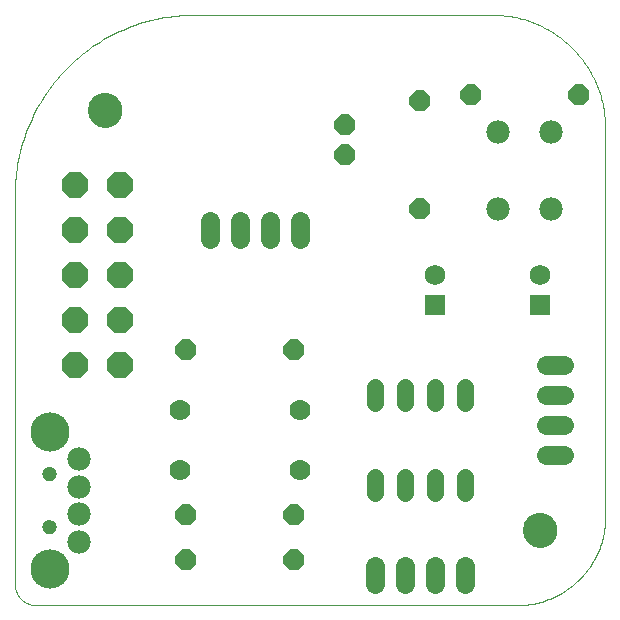
<source format=gbs>
G75*
%MOIN*%
%OFA0B0*%
%FSLAX25Y25*%
%IPPOS*%
%LPD*%
%AMOC8*
5,1,8,0,0,1.08239X$1,22.5*
%
%ADD10C,0.00000*%
%ADD11C,0.05600*%
%ADD12OC8,0.07000*%
%ADD13C,0.07000*%
%ADD14C,0.06900*%
%ADD15R,0.06900X0.06900*%
%ADD16C,0.07800*%
%ADD17C,0.13061*%
%ADD18C,0.04731*%
%ADD19C,0.06400*%
%ADD20OC8,0.08900*%
%ADD21C,0.11424*%
D10*
X0059668Y0010871D02*
X0059668Y0140747D01*
X0084156Y0168800D02*
X0084158Y0168948D01*
X0084164Y0169096D01*
X0084174Y0169244D01*
X0084188Y0169391D01*
X0084206Y0169538D01*
X0084227Y0169684D01*
X0084253Y0169830D01*
X0084283Y0169975D01*
X0084316Y0170119D01*
X0084354Y0170262D01*
X0084395Y0170404D01*
X0084440Y0170545D01*
X0084488Y0170685D01*
X0084541Y0170824D01*
X0084597Y0170961D01*
X0084657Y0171096D01*
X0084720Y0171230D01*
X0084787Y0171362D01*
X0084858Y0171492D01*
X0084932Y0171620D01*
X0085009Y0171746D01*
X0085090Y0171870D01*
X0085174Y0171992D01*
X0085261Y0172111D01*
X0085352Y0172228D01*
X0085446Y0172343D01*
X0085542Y0172455D01*
X0085642Y0172565D01*
X0085744Y0172671D01*
X0085850Y0172775D01*
X0085958Y0172876D01*
X0086069Y0172974D01*
X0086182Y0173070D01*
X0086298Y0173162D01*
X0086416Y0173251D01*
X0086537Y0173336D01*
X0086660Y0173419D01*
X0086785Y0173498D01*
X0086912Y0173574D01*
X0087041Y0173646D01*
X0087172Y0173715D01*
X0087305Y0173780D01*
X0087440Y0173841D01*
X0087576Y0173899D01*
X0087713Y0173954D01*
X0087852Y0174004D01*
X0087993Y0174051D01*
X0088134Y0174094D01*
X0088277Y0174134D01*
X0088421Y0174169D01*
X0088565Y0174201D01*
X0088711Y0174228D01*
X0088857Y0174252D01*
X0089004Y0174272D01*
X0089151Y0174288D01*
X0089298Y0174300D01*
X0089446Y0174308D01*
X0089594Y0174312D01*
X0089742Y0174312D01*
X0089890Y0174308D01*
X0090038Y0174300D01*
X0090185Y0174288D01*
X0090332Y0174272D01*
X0090479Y0174252D01*
X0090625Y0174228D01*
X0090771Y0174201D01*
X0090915Y0174169D01*
X0091059Y0174134D01*
X0091202Y0174094D01*
X0091343Y0174051D01*
X0091484Y0174004D01*
X0091623Y0173954D01*
X0091760Y0173899D01*
X0091896Y0173841D01*
X0092031Y0173780D01*
X0092164Y0173715D01*
X0092295Y0173646D01*
X0092424Y0173574D01*
X0092551Y0173498D01*
X0092676Y0173419D01*
X0092799Y0173336D01*
X0092920Y0173251D01*
X0093038Y0173162D01*
X0093154Y0173070D01*
X0093267Y0172974D01*
X0093378Y0172876D01*
X0093486Y0172775D01*
X0093592Y0172671D01*
X0093694Y0172565D01*
X0093794Y0172455D01*
X0093890Y0172343D01*
X0093984Y0172228D01*
X0094075Y0172111D01*
X0094162Y0171992D01*
X0094246Y0171870D01*
X0094327Y0171746D01*
X0094404Y0171620D01*
X0094478Y0171492D01*
X0094549Y0171362D01*
X0094616Y0171230D01*
X0094679Y0171096D01*
X0094739Y0170961D01*
X0094795Y0170824D01*
X0094848Y0170685D01*
X0094896Y0170545D01*
X0094941Y0170404D01*
X0094982Y0170262D01*
X0095020Y0170119D01*
X0095053Y0169975D01*
X0095083Y0169830D01*
X0095109Y0169684D01*
X0095130Y0169538D01*
X0095148Y0169391D01*
X0095162Y0169244D01*
X0095172Y0169096D01*
X0095178Y0168948D01*
X0095180Y0168800D01*
X0095178Y0168652D01*
X0095172Y0168504D01*
X0095162Y0168356D01*
X0095148Y0168209D01*
X0095130Y0168062D01*
X0095109Y0167916D01*
X0095083Y0167770D01*
X0095053Y0167625D01*
X0095020Y0167481D01*
X0094982Y0167338D01*
X0094941Y0167196D01*
X0094896Y0167055D01*
X0094848Y0166915D01*
X0094795Y0166776D01*
X0094739Y0166639D01*
X0094679Y0166504D01*
X0094616Y0166370D01*
X0094549Y0166238D01*
X0094478Y0166108D01*
X0094404Y0165980D01*
X0094327Y0165854D01*
X0094246Y0165730D01*
X0094162Y0165608D01*
X0094075Y0165489D01*
X0093984Y0165372D01*
X0093890Y0165257D01*
X0093794Y0165145D01*
X0093694Y0165035D01*
X0093592Y0164929D01*
X0093486Y0164825D01*
X0093378Y0164724D01*
X0093267Y0164626D01*
X0093154Y0164530D01*
X0093038Y0164438D01*
X0092920Y0164349D01*
X0092799Y0164264D01*
X0092676Y0164181D01*
X0092551Y0164102D01*
X0092424Y0164026D01*
X0092295Y0163954D01*
X0092164Y0163885D01*
X0092031Y0163820D01*
X0091896Y0163759D01*
X0091760Y0163701D01*
X0091623Y0163646D01*
X0091484Y0163596D01*
X0091343Y0163549D01*
X0091202Y0163506D01*
X0091059Y0163466D01*
X0090915Y0163431D01*
X0090771Y0163399D01*
X0090625Y0163372D01*
X0090479Y0163348D01*
X0090332Y0163328D01*
X0090185Y0163312D01*
X0090038Y0163300D01*
X0089890Y0163292D01*
X0089742Y0163288D01*
X0089594Y0163288D01*
X0089446Y0163292D01*
X0089298Y0163300D01*
X0089151Y0163312D01*
X0089004Y0163328D01*
X0088857Y0163348D01*
X0088711Y0163372D01*
X0088565Y0163399D01*
X0088421Y0163431D01*
X0088277Y0163466D01*
X0088134Y0163506D01*
X0087993Y0163549D01*
X0087852Y0163596D01*
X0087713Y0163646D01*
X0087576Y0163701D01*
X0087440Y0163759D01*
X0087305Y0163820D01*
X0087172Y0163885D01*
X0087041Y0163954D01*
X0086912Y0164026D01*
X0086785Y0164102D01*
X0086660Y0164181D01*
X0086537Y0164264D01*
X0086416Y0164349D01*
X0086298Y0164438D01*
X0086182Y0164530D01*
X0086069Y0164626D01*
X0085958Y0164724D01*
X0085850Y0164825D01*
X0085744Y0164929D01*
X0085642Y0165035D01*
X0085542Y0165145D01*
X0085446Y0165257D01*
X0085352Y0165372D01*
X0085261Y0165489D01*
X0085174Y0165608D01*
X0085090Y0165730D01*
X0085009Y0165854D01*
X0084932Y0165980D01*
X0084858Y0166108D01*
X0084787Y0166238D01*
X0084720Y0166370D01*
X0084657Y0166504D01*
X0084597Y0166639D01*
X0084541Y0166776D01*
X0084488Y0166915D01*
X0084440Y0167055D01*
X0084395Y0167196D01*
X0084354Y0167338D01*
X0084316Y0167481D01*
X0084283Y0167625D01*
X0084253Y0167770D01*
X0084227Y0167916D01*
X0084206Y0168062D01*
X0084188Y0168209D01*
X0084174Y0168356D01*
X0084164Y0168504D01*
X0084158Y0168652D01*
X0084156Y0168800D01*
X0059667Y0140747D02*
X0059684Y0142195D01*
X0059737Y0143641D01*
X0059824Y0145086D01*
X0059947Y0146529D01*
X0060104Y0147968D01*
X0060296Y0149402D01*
X0060522Y0150832D01*
X0060783Y0152256D01*
X0061078Y0153673D01*
X0061408Y0155083D01*
X0061771Y0156484D01*
X0062168Y0157876D01*
X0062599Y0159258D01*
X0063063Y0160630D01*
X0063560Y0161989D01*
X0064089Y0163336D01*
X0064651Y0164671D01*
X0065246Y0165991D01*
X0065871Y0167296D01*
X0066529Y0168586D01*
X0067217Y0169859D01*
X0067936Y0171116D01*
X0068684Y0172355D01*
X0069463Y0173575D01*
X0070271Y0174776D01*
X0071108Y0175958D01*
X0071973Y0177118D01*
X0072865Y0178258D01*
X0073785Y0179376D01*
X0074732Y0180471D01*
X0075705Y0181543D01*
X0076704Y0182591D01*
X0077727Y0183614D01*
X0078775Y0184613D01*
X0079847Y0185586D01*
X0080942Y0186533D01*
X0082060Y0187453D01*
X0083200Y0188345D01*
X0084360Y0189210D01*
X0085542Y0190047D01*
X0086743Y0190855D01*
X0087963Y0191634D01*
X0089202Y0192382D01*
X0090459Y0193101D01*
X0091732Y0193789D01*
X0093022Y0194447D01*
X0094327Y0195072D01*
X0095647Y0195667D01*
X0096982Y0196229D01*
X0098329Y0196758D01*
X0099688Y0197255D01*
X0101060Y0197719D01*
X0102442Y0198150D01*
X0103834Y0198547D01*
X0105235Y0198910D01*
X0106645Y0199240D01*
X0108062Y0199535D01*
X0109486Y0199796D01*
X0110916Y0200022D01*
X0112350Y0200214D01*
X0113789Y0200371D01*
X0115232Y0200494D01*
X0116677Y0200581D01*
X0118123Y0200634D01*
X0119571Y0200651D01*
X0119571Y0200650D02*
X0218546Y0200650D01*
X0219464Y0200639D01*
X0220381Y0200606D01*
X0221296Y0200550D01*
X0222211Y0200473D01*
X0223123Y0200373D01*
X0224033Y0200252D01*
X0224939Y0200108D01*
X0225841Y0199943D01*
X0226740Y0199755D01*
X0227633Y0199547D01*
X0228522Y0199316D01*
X0229404Y0199065D01*
X0230280Y0198792D01*
X0231149Y0198497D01*
X0232011Y0198182D01*
X0232865Y0197847D01*
X0233711Y0197490D01*
X0234547Y0197114D01*
X0235375Y0196717D01*
X0236192Y0196301D01*
X0237000Y0195864D01*
X0237796Y0195409D01*
X0238582Y0194934D01*
X0239355Y0194440D01*
X0240117Y0193928D01*
X0240865Y0193398D01*
X0241601Y0192850D01*
X0242324Y0192284D01*
X0243032Y0191701D01*
X0243726Y0191100D01*
X0244406Y0190484D01*
X0245070Y0189851D01*
X0245719Y0189202D01*
X0246352Y0188538D01*
X0246968Y0187858D01*
X0247569Y0187164D01*
X0248152Y0186456D01*
X0248718Y0185733D01*
X0249266Y0184997D01*
X0249796Y0184249D01*
X0250308Y0183487D01*
X0250802Y0182714D01*
X0251277Y0181928D01*
X0251732Y0181132D01*
X0252169Y0180324D01*
X0252585Y0179507D01*
X0252982Y0178679D01*
X0253358Y0177843D01*
X0253715Y0176997D01*
X0254050Y0176143D01*
X0254365Y0175281D01*
X0254660Y0174412D01*
X0254933Y0173536D01*
X0255184Y0172654D01*
X0255415Y0171765D01*
X0255623Y0170872D01*
X0255811Y0169973D01*
X0255976Y0169071D01*
X0256120Y0168165D01*
X0256241Y0167255D01*
X0256341Y0166343D01*
X0256418Y0165428D01*
X0256474Y0164513D01*
X0256507Y0163596D01*
X0256518Y0162678D01*
X0256518Y0033422D01*
X0229156Y0028800D02*
X0229158Y0028948D01*
X0229164Y0029096D01*
X0229174Y0029244D01*
X0229188Y0029391D01*
X0229206Y0029538D01*
X0229227Y0029684D01*
X0229253Y0029830D01*
X0229283Y0029975D01*
X0229316Y0030119D01*
X0229354Y0030262D01*
X0229395Y0030404D01*
X0229440Y0030545D01*
X0229488Y0030685D01*
X0229541Y0030824D01*
X0229597Y0030961D01*
X0229657Y0031096D01*
X0229720Y0031230D01*
X0229787Y0031362D01*
X0229858Y0031492D01*
X0229932Y0031620D01*
X0230009Y0031746D01*
X0230090Y0031870D01*
X0230174Y0031992D01*
X0230261Y0032111D01*
X0230352Y0032228D01*
X0230446Y0032343D01*
X0230542Y0032455D01*
X0230642Y0032565D01*
X0230744Y0032671D01*
X0230850Y0032775D01*
X0230958Y0032876D01*
X0231069Y0032974D01*
X0231182Y0033070D01*
X0231298Y0033162D01*
X0231416Y0033251D01*
X0231537Y0033336D01*
X0231660Y0033419D01*
X0231785Y0033498D01*
X0231912Y0033574D01*
X0232041Y0033646D01*
X0232172Y0033715D01*
X0232305Y0033780D01*
X0232440Y0033841D01*
X0232576Y0033899D01*
X0232713Y0033954D01*
X0232852Y0034004D01*
X0232993Y0034051D01*
X0233134Y0034094D01*
X0233277Y0034134D01*
X0233421Y0034169D01*
X0233565Y0034201D01*
X0233711Y0034228D01*
X0233857Y0034252D01*
X0234004Y0034272D01*
X0234151Y0034288D01*
X0234298Y0034300D01*
X0234446Y0034308D01*
X0234594Y0034312D01*
X0234742Y0034312D01*
X0234890Y0034308D01*
X0235038Y0034300D01*
X0235185Y0034288D01*
X0235332Y0034272D01*
X0235479Y0034252D01*
X0235625Y0034228D01*
X0235771Y0034201D01*
X0235915Y0034169D01*
X0236059Y0034134D01*
X0236202Y0034094D01*
X0236343Y0034051D01*
X0236484Y0034004D01*
X0236623Y0033954D01*
X0236760Y0033899D01*
X0236896Y0033841D01*
X0237031Y0033780D01*
X0237164Y0033715D01*
X0237295Y0033646D01*
X0237424Y0033574D01*
X0237551Y0033498D01*
X0237676Y0033419D01*
X0237799Y0033336D01*
X0237920Y0033251D01*
X0238038Y0033162D01*
X0238154Y0033070D01*
X0238267Y0032974D01*
X0238378Y0032876D01*
X0238486Y0032775D01*
X0238592Y0032671D01*
X0238694Y0032565D01*
X0238794Y0032455D01*
X0238890Y0032343D01*
X0238984Y0032228D01*
X0239075Y0032111D01*
X0239162Y0031992D01*
X0239246Y0031870D01*
X0239327Y0031746D01*
X0239404Y0031620D01*
X0239478Y0031492D01*
X0239549Y0031362D01*
X0239616Y0031230D01*
X0239679Y0031096D01*
X0239739Y0030961D01*
X0239795Y0030824D01*
X0239848Y0030685D01*
X0239896Y0030545D01*
X0239941Y0030404D01*
X0239982Y0030262D01*
X0240020Y0030119D01*
X0240053Y0029975D01*
X0240083Y0029830D01*
X0240109Y0029684D01*
X0240130Y0029538D01*
X0240148Y0029391D01*
X0240162Y0029244D01*
X0240172Y0029096D01*
X0240178Y0028948D01*
X0240180Y0028800D01*
X0240178Y0028652D01*
X0240172Y0028504D01*
X0240162Y0028356D01*
X0240148Y0028209D01*
X0240130Y0028062D01*
X0240109Y0027916D01*
X0240083Y0027770D01*
X0240053Y0027625D01*
X0240020Y0027481D01*
X0239982Y0027338D01*
X0239941Y0027196D01*
X0239896Y0027055D01*
X0239848Y0026915D01*
X0239795Y0026776D01*
X0239739Y0026639D01*
X0239679Y0026504D01*
X0239616Y0026370D01*
X0239549Y0026238D01*
X0239478Y0026108D01*
X0239404Y0025980D01*
X0239327Y0025854D01*
X0239246Y0025730D01*
X0239162Y0025608D01*
X0239075Y0025489D01*
X0238984Y0025372D01*
X0238890Y0025257D01*
X0238794Y0025145D01*
X0238694Y0025035D01*
X0238592Y0024929D01*
X0238486Y0024825D01*
X0238378Y0024724D01*
X0238267Y0024626D01*
X0238154Y0024530D01*
X0238038Y0024438D01*
X0237920Y0024349D01*
X0237799Y0024264D01*
X0237676Y0024181D01*
X0237551Y0024102D01*
X0237424Y0024026D01*
X0237295Y0023954D01*
X0237164Y0023885D01*
X0237031Y0023820D01*
X0236896Y0023759D01*
X0236760Y0023701D01*
X0236623Y0023646D01*
X0236484Y0023596D01*
X0236343Y0023549D01*
X0236202Y0023506D01*
X0236059Y0023466D01*
X0235915Y0023431D01*
X0235771Y0023399D01*
X0235625Y0023372D01*
X0235479Y0023348D01*
X0235332Y0023328D01*
X0235185Y0023312D01*
X0235038Y0023300D01*
X0234890Y0023292D01*
X0234742Y0023288D01*
X0234594Y0023288D01*
X0234446Y0023292D01*
X0234298Y0023300D01*
X0234151Y0023312D01*
X0234004Y0023328D01*
X0233857Y0023348D01*
X0233711Y0023372D01*
X0233565Y0023399D01*
X0233421Y0023431D01*
X0233277Y0023466D01*
X0233134Y0023506D01*
X0232993Y0023549D01*
X0232852Y0023596D01*
X0232713Y0023646D01*
X0232576Y0023701D01*
X0232440Y0023759D01*
X0232305Y0023820D01*
X0232172Y0023885D01*
X0232041Y0023954D01*
X0231912Y0024026D01*
X0231785Y0024102D01*
X0231660Y0024181D01*
X0231537Y0024264D01*
X0231416Y0024349D01*
X0231298Y0024438D01*
X0231182Y0024530D01*
X0231069Y0024626D01*
X0230958Y0024724D01*
X0230850Y0024825D01*
X0230744Y0024929D01*
X0230642Y0025035D01*
X0230542Y0025145D01*
X0230446Y0025257D01*
X0230352Y0025372D01*
X0230261Y0025489D01*
X0230174Y0025608D01*
X0230090Y0025730D01*
X0230009Y0025854D01*
X0229932Y0025980D01*
X0229858Y0026108D01*
X0229787Y0026238D01*
X0229720Y0026370D01*
X0229657Y0026504D01*
X0229597Y0026639D01*
X0229541Y0026776D01*
X0229488Y0026915D01*
X0229440Y0027055D01*
X0229395Y0027196D01*
X0229354Y0027338D01*
X0229316Y0027481D01*
X0229283Y0027625D01*
X0229253Y0027770D01*
X0229227Y0027916D01*
X0229206Y0028062D01*
X0229188Y0028209D01*
X0229174Y0028356D01*
X0229164Y0028504D01*
X0229158Y0028652D01*
X0229156Y0028800D01*
X0226897Y0003800D02*
X0227613Y0003809D01*
X0228328Y0003835D01*
X0229043Y0003878D01*
X0229756Y0003938D01*
X0230468Y0004016D01*
X0231177Y0004111D01*
X0231884Y0004223D01*
X0232588Y0004352D01*
X0233289Y0004498D01*
X0233986Y0004661D01*
X0234679Y0004840D01*
X0235367Y0005037D01*
X0236051Y0005250D01*
X0236729Y0005479D01*
X0237401Y0005725D01*
X0238067Y0005987D01*
X0238727Y0006265D01*
X0239380Y0006559D01*
X0240025Y0006868D01*
X0240663Y0007193D01*
X0241293Y0007533D01*
X0241914Y0007889D01*
X0242527Y0008259D01*
X0243130Y0008644D01*
X0243724Y0009044D01*
X0244308Y0009457D01*
X0244882Y0009885D01*
X0245446Y0010326D01*
X0245999Y0010781D01*
X0246540Y0011250D01*
X0247070Y0011731D01*
X0247588Y0012225D01*
X0248094Y0012731D01*
X0248588Y0013249D01*
X0249069Y0013779D01*
X0249538Y0014320D01*
X0249993Y0014873D01*
X0250434Y0015437D01*
X0250862Y0016011D01*
X0251275Y0016595D01*
X0251675Y0017189D01*
X0252060Y0017792D01*
X0252430Y0018405D01*
X0252786Y0019026D01*
X0253126Y0019656D01*
X0253451Y0020294D01*
X0253760Y0020939D01*
X0254054Y0021592D01*
X0254332Y0022252D01*
X0254594Y0022918D01*
X0254840Y0023590D01*
X0255069Y0024268D01*
X0255282Y0024952D01*
X0255479Y0025640D01*
X0255658Y0026333D01*
X0255821Y0027030D01*
X0255967Y0027731D01*
X0256096Y0028435D01*
X0256208Y0029142D01*
X0256303Y0029851D01*
X0256381Y0030563D01*
X0256441Y0031276D01*
X0256484Y0031991D01*
X0256510Y0032706D01*
X0256519Y0033422D01*
X0226897Y0003800D02*
X0066739Y0003800D01*
X0066568Y0003802D01*
X0066397Y0003808D01*
X0066227Y0003819D01*
X0066057Y0003833D01*
X0065887Y0003852D01*
X0065717Y0003874D01*
X0065549Y0003901D01*
X0065380Y0003932D01*
X0065213Y0003967D01*
X0065047Y0004005D01*
X0064881Y0004048D01*
X0064717Y0004095D01*
X0064554Y0004146D01*
X0064392Y0004201D01*
X0064232Y0004260D01*
X0064073Y0004322D01*
X0063915Y0004388D01*
X0063759Y0004458D01*
X0063605Y0004532D01*
X0063453Y0004610D01*
X0063303Y0004691D01*
X0063154Y0004776D01*
X0063008Y0004864D01*
X0062864Y0004956D01*
X0062722Y0005052D01*
X0062583Y0005150D01*
X0062446Y0005253D01*
X0062311Y0005358D01*
X0062179Y0005467D01*
X0062050Y0005578D01*
X0061924Y0005693D01*
X0061800Y0005811D01*
X0061679Y0005932D01*
X0061561Y0006056D01*
X0061446Y0006182D01*
X0061335Y0006311D01*
X0061226Y0006443D01*
X0061121Y0006578D01*
X0061018Y0006715D01*
X0060920Y0006854D01*
X0060824Y0006996D01*
X0060732Y0007140D01*
X0060644Y0007286D01*
X0060559Y0007435D01*
X0060478Y0007585D01*
X0060400Y0007737D01*
X0060326Y0007891D01*
X0060256Y0008047D01*
X0060190Y0008205D01*
X0060128Y0008364D01*
X0060069Y0008524D01*
X0060014Y0008686D01*
X0059963Y0008849D01*
X0059916Y0009013D01*
X0059873Y0009179D01*
X0059835Y0009345D01*
X0059800Y0009512D01*
X0059769Y0009681D01*
X0059742Y0009849D01*
X0059720Y0010019D01*
X0059701Y0010189D01*
X0059687Y0010359D01*
X0059676Y0010529D01*
X0059670Y0010700D01*
X0059668Y0010871D01*
X0068920Y0029942D02*
X0068922Y0030035D01*
X0068928Y0030127D01*
X0068938Y0030219D01*
X0068952Y0030310D01*
X0068969Y0030401D01*
X0068991Y0030491D01*
X0069016Y0030580D01*
X0069045Y0030668D01*
X0069078Y0030754D01*
X0069115Y0030839D01*
X0069155Y0030923D01*
X0069199Y0031004D01*
X0069246Y0031084D01*
X0069296Y0031162D01*
X0069350Y0031237D01*
X0069407Y0031310D01*
X0069467Y0031380D01*
X0069530Y0031448D01*
X0069596Y0031513D01*
X0069664Y0031575D01*
X0069735Y0031635D01*
X0069809Y0031691D01*
X0069885Y0031744D01*
X0069963Y0031793D01*
X0070043Y0031840D01*
X0070125Y0031882D01*
X0070209Y0031922D01*
X0070294Y0031957D01*
X0070381Y0031989D01*
X0070469Y0032018D01*
X0070558Y0032042D01*
X0070648Y0032063D01*
X0070739Y0032079D01*
X0070831Y0032092D01*
X0070923Y0032101D01*
X0071016Y0032106D01*
X0071108Y0032107D01*
X0071201Y0032104D01*
X0071293Y0032097D01*
X0071385Y0032086D01*
X0071476Y0032071D01*
X0071567Y0032053D01*
X0071657Y0032030D01*
X0071745Y0032004D01*
X0071833Y0031974D01*
X0071919Y0031940D01*
X0072003Y0031903D01*
X0072086Y0031861D01*
X0072167Y0031817D01*
X0072247Y0031769D01*
X0072324Y0031718D01*
X0072398Y0031663D01*
X0072471Y0031605D01*
X0072541Y0031545D01*
X0072608Y0031481D01*
X0072672Y0031415D01*
X0072734Y0031345D01*
X0072792Y0031274D01*
X0072847Y0031200D01*
X0072899Y0031123D01*
X0072948Y0031044D01*
X0072994Y0030964D01*
X0073036Y0030881D01*
X0073074Y0030797D01*
X0073109Y0030711D01*
X0073140Y0030624D01*
X0073167Y0030536D01*
X0073190Y0030446D01*
X0073210Y0030356D01*
X0073226Y0030265D01*
X0073238Y0030173D01*
X0073246Y0030081D01*
X0073250Y0029988D01*
X0073250Y0029896D01*
X0073246Y0029803D01*
X0073238Y0029711D01*
X0073226Y0029619D01*
X0073210Y0029528D01*
X0073190Y0029438D01*
X0073167Y0029348D01*
X0073140Y0029260D01*
X0073109Y0029173D01*
X0073074Y0029087D01*
X0073036Y0029003D01*
X0072994Y0028920D01*
X0072948Y0028840D01*
X0072899Y0028761D01*
X0072847Y0028684D01*
X0072792Y0028610D01*
X0072734Y0028539D01*
X0072672Y0028469D01*
X0072608Y0028403D01*
X0072541Y0028339D01*
X0072471Y0028279D01*
X0072398Y0028221D01*
X0072324Y0028166D01*
X0072247Y0028115D01*
X0072168Y0028067D01*
X0072086Y0028023D01*
X0072003Y0027981D01*
X0071919Y0027944D01*
X0071833Y0027910D01*
X0071745Y0027880D01*
X0071657Y0027854D01*
X0071567Y0027831D01*
X0071476Y0027813D01*
X0071385Y0027798D01*
X0071293Y0027787D01*
X0071201Y0027780D01*
X0071108Y0027777D01*
X0071016Y0027778D01*
X0070923Y0027783D01*
X0070831Y0027792D01*
X0070739Y0027805D01*
X0070648Y0027821D01*
X0070558Y0027842D01*
X0070469Y0027866D01*
X0070381Y0027895D01*
X0070294Y0027927D01*
X0070209Y0027962D01*
X0070125Y0028002D01*
X0070043Y0028044D01*
X0069963Y0028091D01*
X0069885Y0028140D01*
X0069809Y0028193D01*
X0069735Y0028249D01*
X0069664Y0028309D01*
X0069596Y0028371D01*
X0069530Y0028436D01*
X0069467Y0028504D01*
X0069407Y0028574D01*
X0069350Y0028647D01*
X0069296Y0028722D01*
X0069246Y0028800D01*
X0069199Y0028880D01*
X0069155Y0028961D01*
X0069115Y0029045D01*
X0069078Y0029130D01*
X0069045Y0029216D01*
X0069016Y0029304D01*
X0068991Y0029393D01*
X0068969Y0029483D01*
X0068952Y0029574D01*
X0068938Y0029665D01*
X0068928Y0029757D01*
X0068922Y0029849D01*
X0068920Y0029942D01*
X0068920Y0047658D02*
X0068922Y0047751D01*
X0068928Y0047843D01*
X0068938Y0047935D01*
X0068952Y0048026D01*
X0068969Y0048117D01*
X0068991Y0048207D01*
X0069016Y0048296D01*
X0069045Y0048384D01*
X0069078Y0048470D01*
X0069115Y0048555D01*
X0069155Y0048639D01*
X0069199Y0048720D01*
X0069246Y0048800D01*
X0069296Y0048878D01*
X0069350Y0048953D01*
X0069407Y0049026D01*
X0069467Y0049096D01*
X0069530Y0049164D01*
X0069596Y0049229D01*
X0069664Y0049291D01*
X0069735Y0049351D01*
X0069809Y0049407D01*
X0069885Y0049460D01*
X0069963Y0049509D01*
X0070043Y0049556D01*
X0070125Y0049598D01*
X0070209Y0049638D01*
X0070294Y0049673D01*
X0070381Y0049705D01*
X0070469Y0049734D01*
X0070558Y0049758D01*
X0070648Y0049779D01*
X0070739Y0049795D01*
X0070831Y0049808D01*
X0070923Y0049817D01*
X0071016Y0049822D01*
X0071108Y0049823D01*
X0071201Y0049820D01*
X0071293Y0049813D01*
X0071385Y0049802D01*
X0071476Y0049787D01*
X0071567Y0049769D01*
X0071657Y0049746D01*
X0071745Y0049720D01*
X0071833Y0049690D01*
X0071919Y0049656D01*
X0072003Y0049619D01*
X0072086Y0049577D01*
X0072167Y0049533D01*
X0072247Y0049485D01*
X0072324Y0049434D01*
X0072398Y0049379D01*
X0072471Y0049321D01*
X0072541Y0049261D01*
X0072608Y0049197D01*
X0072672Y0049131D01*
X0072734Y0049061D01*
X0072792Y0048990D01*
X0072847Y0048916D01*
X0072899Y0048839D01*
X0072948Y0048760D01*
X0072994Y0048680D01*
X0073036Y0048597D01*
X0073074Y0048513D01*
X0073109Y0048427D01*
X0073140Y0048340D01*
X0073167Y0048252D01*
X0073190Y0048162D01*
X0073210Y0048072D01*
X0073226Y0047981D01*
X0073238Y0047889D01*
X0073246Y0047797D01*
X0073250Y0047704D01*
X0073250Y0047612D01*
X0073246Y0047519D01*
X0073238Y0047427D01*
X0073226Y0047335D01*
X0073210Y0047244D01*
X0073190Y0047154D01*
X0073167Y0047064D01*
X0073140Y0046976D01*
X0073109Y0046889D01*
X0073074Y0046803D01*
X0073036Y0046719D01*
X0072994Y0046636D01*
X0072948Y0046556D01*
X0072899Y0046477D01*
X0072847Y0046400D01*
X0072792Y0046326D01*
X0072734Y0046255D01*
X0072672Y0046185D01*
X0072608Y0046119D01*
X0072541Y0046055D01*
X0072471Y0045995D01*
X0072398Y0045937D01*
X0072324Y0045882D01*
X0072247Y0045831D01*
X0072168Y0045783D01*
X0072086Y0045739D01*
X0072003Y0045697D01*
X0071919Y0045660D01*
X0071833Y0045626D01*
X0071745Y0045596D01*
X0071657Y0045570D01*
X0071567Y0045547D01*
X0071476Y0045529D01*
X0071385Y0045514D01*
X0071293Y0045503D01*
X0071201Y0045496D01*
X0071108Y0045493D01*
X0071016Y0045494D01*
X0070923Y0045499D01*
X0070831Y0045508D01*
X0070739Y0045521D01*
X0070648Y0045537D01*
X0070558Y0045558D01*
X0070469Y0045582D01*
X0070381Y0045611D01*
X0070294Y0045643D01*
X0070209Y0045678D01*
X0070125Y0045718D01*
X0070043Y0045760D01*
X0069963Y0045807D01*
X0069885Y0045856D01*
X0069809Y0045909D01*
X0069735Y0045965D01*
X0069664Y0046025D01*
X0069596Y0046087D01*
X0069530Y0046152D01*
X0069467Y0046220D01*
X0069407Y0046290D01*
X0069350Y0046363D01*
X0069296Y0046438D01*
X0069246Y0046516D01*
X0069199Y0046596D01*
X0069155Y0046677D01*
X0069115Y0046761D01*
X0069078Y0046846D01*
X0069045Y0046932D01*
X0069016Y0047020D01*
X0068991Y0047109D01*
X0068969Y0047199D01*
X0068952Y0047290D01*
X0068938Y0047381D01*
X0068928Y0047473D01*
X0068922Y0047565D01*
X0068920Y0047658D01*
D11*
X0179668Y0046400D02*
X0179668Y0041200D01*
X0189668Y0041200D02*
X0189668Y0046400D01*
X0199668Y0046400D02*
X0199668Y0041200D01*
X0209668Y0041200D02*
X0209668Y0046400D01*
X0209668Y0071200D02*
X0209668Y0076400D01*
X0199668Y0076400D02*
X0199668Y0071200D01*
X0189668Y0071200D02*
X0189668Y0076400D01*
X0179668Y0076400D02*
X0179668Y0071200D01*
D12*
X0152668Y0088800D03*
X0116668Y0088800D03*
X0116668Y0033800D03*
X0116668Y0018800D03*
X0152668Y0018800D03*
X0152668Y0033800D03*
X0194668Y0135800D03*
X0169668Y0153800D03*
X0169668Y0163800D03*
X0194668Y0171800D03*
X0211668Y0173800D03*
X0247668Y0173800D03*
D13*
X0154668Y0068800D03*
X0154668Y0048800D03*
X0114668Y0048800D03*
X0114668Y0068800D03*
D14*
X0199668Y0113800D03*
X0234668Y0113800D03*
D15*
X0234668Y0103800D03*
X0199668Y0103800D03*
D16*
X0220768Y0136000D03*
X0238568Y0136000D03*
X0238568Y0161600D03*
X0220768Y0161600D03*
X0080928Y0052580D03*
X0080928Y0043237D03*
X0080928Y0034363D03*
X0080928Y0025020D03*
D17*
X0071479Y0015965D03*
X0071479Y0061635D03*
D18*
X0071085Y0047658D03*
X0071085Y0029942D03*
D19*
X0179668Y0016800D02*
X0179668Y0010800D01*
X0189668Y0010800D02*
X0189668Y0016800D01*
X0199668Y0016800D02*
X0199668Y0010800D01*
X0209668Y0010800D02*
X0209668Y0016800D01*
X0236668Y0053800D02*
X0242668Y0053800D01*
X0242668Y0063800D02*
X0236668Y0063800D01*
X0236668Y0073800D02*
X0242668Y0073800D01*
X0242668Y0083800D02*
X0236668Y0083800D01*
X0154668Y0125800D02*
X0154668Y0131800D01*
X0144668Y0131800D02*
X0144668Y0125800D01*
X0134668Y0125800D02*
X0134668Y0131800D01*
X0124668Y0131800D02*
X0124668Y0125800D01*
D20*
X0094668Y0128800D03*
X0079668Y0128800D03*
X0079668Y0113800D03*
X0094668Y0113800D03*
X0094668Y0098800D03*
X0079668Y0098800D03*
X0079668Y0083800D03*
X0094668Y0083800D03*
X0094668Y0143800D03*
X0079668Y0143800D03*
D21*
X0089668Y0168800D03*
X0234668Y0028800D03*
M02*

</source>
